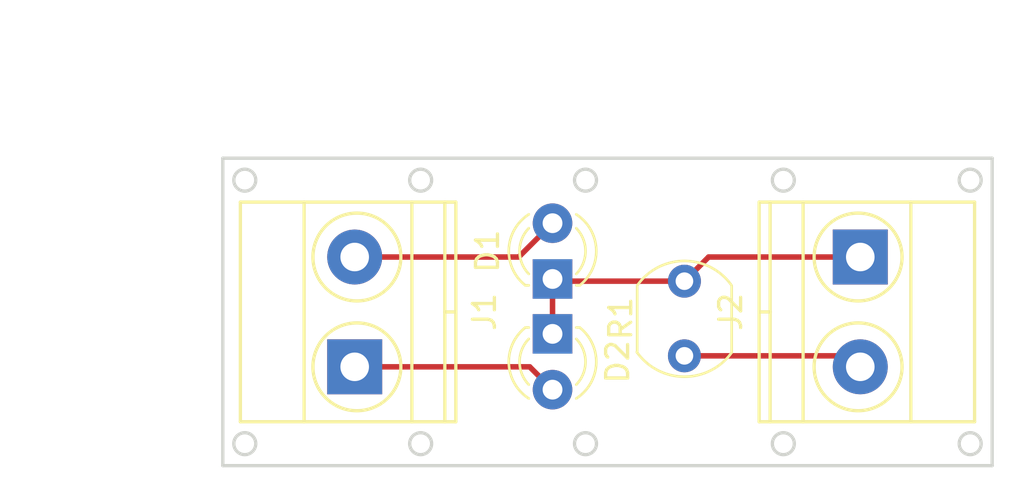
<source format=kicad_pcb>
(kicad_pcb (version 20171130) (host pcbnew "(5.0.2)-1")

  (general
    (thickness 1.6)
    (drawings 16)
    (tracks 11)
    (zones 0)
    (modules 5)
    (nets 5)
  )

  (page A4)
  (layers
    (0 F.Cu signal)
    (31 B.Cu signal)
    (32 B.Adhes user)
    (33 F.Adhes user)
    (34 B.Paste user)
    (35 F.Paste user)
    (36 B.SilkS user)
    (37 F.SilkS user)
    (38 B.Mask user)
    (39 F.Mask user)
    (40 Dwgs.User user)
    (41 Cmts.User user)
    (42 Eco1.User user)
    (43 Eco2.User user)
    (44 Edge.Cuts user)
    (45 Margin user)
    (46 B.CrtYd user)
    (47 F.CrtYd user)
    (48 B.Fab user)
    (49 F.Fab user)
  )

  (setup
    (last_trace_width 0.25)
    (trace_clearance 0.2)
    (zone_clearance 0.508)
    (zone_45_only no)
    (trace_min 0.2)
    (segment_width 0.2)
    (edge_width 0.15)
    (via_size 0.8)
    (via_drill 0.4)
    (via_min_size 0.4)
    (via_min_drill 0.3)
    (uvia_size 0.3)
    (uvia_drill 0.1)
    (uvias_allowed no)
    (uvia_min_size 0.2)
    (uvia_min_drill 0.1)
    (pcb_text_width 0.3)
    (pcb_text_size 1.5 1.5)
    (mod_edge_width 0.15)
    (mod_text_size 1 1)
    (mod_text_width 0.15)
    (pad_size 1.524 1.524)
    (pad_drill 0.762)
    (pad_to_mask_clearance 0.051)
    (solder_mask_min_width 0.25)
    (aux_axis_origin 0 0)
    (visible_elements FFFFFF7F)
    (pcbplotparams
      (layerselection 0x010fc_ffffffff)
      (usegerberextensions false)
      (usegerberattributes false)
      (usegerberadvancedattributes false)
      (creategerberjobfile false)
      (excludeedgelayer true)
      (linewidth 0.100000)
      (plotframeref false)
      (viasonmask false)
      (mode 1)
      (useauxorigin false)
      (hpglpennumber 1)
      (hpglpenspeed 20)
      (hpglpendiameter 15.000000)
      (psnegative false)
      (psa4output false)
      (plotreference true)
      (plotvalue true)
      (plotinvisibletext false)
      (padsonsilk false)
      (subtractmaskfromsilk false)
      (outputformat 1)
      (mirror false)
      (drillshape 0)
      (scaleselection 1)
      (outputdirectory "gerber/"))
  )

  (net 0 "")
  (net 1 "Net-(D1-Pad2)")
  (net 2 GND)
  (net 3 "Net-(D2-Pad2)")
  (net 4 "Net-(J2-Pad2)")

  (net_class Default "Dit is de standaard class."
    (clearance 0.2)
    (trace_width 0.25)
    (via_dia 0.8)
    (via_drill 0.4)
    (uvia_dia 0.3)
    (uvia_drill 0.1)
    (add_net GND)
    (add_net "Net-(D1-Pad2)")
    (add_net "Net-(D2-Pad2)")
    (add_net "Net-(J2-Pad2)")
  )

  (module LEDs:LED_D3.0mm (layer F.Cu) (tedit 587A3A7B) (tstamp 5C49B4F0)
    (at 148.5 75 90)
    (descr "LED, diameter 3.0mm, 2 pins")
    (tags "LED diameter 3.0mm 2 pins")
    (path /5C49AFBF)
    (fp_text reference D1 (at 1.27 -2.96 90) (layer F.SilkS)
      (effects (font (size 1 1) (thickness 0.15)))
    )
    (fp_text value LED (at 1.27 2.96 90) (layer F.Fab)
      (effects (font (size 1 1) (thickness 0.15)))
    )
    (fp_line (start 3.7 -2.25) (end -1.15 -2.25) (layer F.CrtYd) (width 0.05))
    (fp_line (start 3.7 2.25) (end 3.7 -2.25) (layer F.CrtYd) (width 0.05))
    (fp_line (start -1.15 2.25) (end 3.7 2.25) (layer F.CrtYd) (width 0.05))
    (fp_line (start -1.15 -2.25) (end -1.15 2.25) (layer F.CrtYd) (width 0.05))
    (fp_line (start -0.29 1.08) (end -0.29 1.236) (layer F.SilkS) (width 0.12))
    (fp_line (start -0.29 -1.236) (end -0.29 -1.08) (layer F.SilkS) (width 0.12))
    (fp_line (start -0.23 -1.16619) (end -0.23 1.16619) (layer F.Fab) (width 0.1))
    (fp_circle (center 1.27 0) (end 2.77 0) (layer F.Fab) (width 0.1))
    (fp_arc (start 1.27 0) (end 0.229039 1.08) (angle -87.9) (layer F.SilkS) (width 0.12))
    (fp_arc (start 1.27 0) (end 0.229039 -1.08) (angle 87.9) (layer F.SilkS) (width 0.12))
    (fp_arc (start 1.27 0) (end -0.29 1.235516) (angle -108.8) (layer F.SilkS) (width 0.12))
    (fp_arc (start 1.27 0) (end -0.29 -1.235516) (angle 108.8) (layer F.SilkS) (width 0.12))
    (fp_arc (start 1.27 0) (end -0.23 -1.16619) (angle 284.3) (layer F.Fab) (width 0.1))
    (pad 2 thru_hole circle (at 2.54 0 90) (size 1.8 1.8) (drill 0.9) (layers *.Cu *.Mask)
      (net 1 "Net-(D1-Pad2)"))
    (pad 1 thru_hole rect (at 0 0 90) (size 1.8 1.8) (drill 0.9) (layers *.Cu *.Mask)
      (net 2 GND))
    (model ${KISYS3DMOD}/LEDs.3dshapes/LED_D3.0mm.wrl
      (at (xyz 0 0 0))
      (scale (xyz 0.393701 0.393701 0.393701))
      (rotate (xyz 0 0 0))
    )
  )

  (module LEDs:LED_D3.0mm (layer F.Cu) (tedit 587A3A7B) (tstamp 5C49B470)
    (at 148.5 77.5 270)
    (descr "LED, diameter 3.0mm, 2 pins")
    (tags "LED diameter 3.0mm 2 pins")
    (path /5C49B011)
    (fp_text reference D2 (at 1.27 -2.96 270) (layer F.SilkS)
      (effects (font (size 1 1) (thickness 0.15)))
    )
    (fp_text value LED (at 1.27 2.96 270) (layer F.Fab)
      (effects (font (size 1 1) (thickness 0.15)))
    )
    (fp_arc (start 1.27 0) (end -0.23 -1.16619) (angle 284.3) (layer F.Fab) (width 0.1))
    (fp_arc (start 1.27 0) (end -0.29 -1.235516) (angle 108.8) (layer F.SilkS) (width 0.12))
    (fp_arc (start 1.27 0) (end -0.29 1.235516) (angle -108.8) (layer F.SilkS) (width 0.12))
    (fp_arc (start 1.27 0) (end 0.229039 -1.08) (angle 87.9) (layer F.SilkS) (width 0.12))
    (fp_arc (start 1.27 0) (end 0.229039 1.08) (angle -87.9) (layer F.SilkS) (width 0.12))
    (fp_circle (center 1.27 0) (end 2.77 0) (layer F.Fab) (width 0.1))
    (fp_line (start -0.23 -1.16619) (end -0.23 1.16619) (layer F.Fab) (width 0.1))
    (fp_line (start -0.29 -1.236) (end -0.29 -1.08) (layer F.SilkS) (width 0.12))
    (fp_line (start -0.29 1.08) (end -0.29 1.236) (layer F.SilkS) (width 0.12))
    (fp_line (start -1.15 -2.25) (end -1.15 2.25) (layer F.CrtYd) (width 0.05))
    (fp_line (start -1.15 2.25) (end 3.7 2.25) (layer F.CrtYd) (width 0.05))
    (fp_line (start 3.7 2.25) (end 3.7 -2.25) (layer F.CrtYd) (width 0.05))
    (fp_line (start 3.7 -2.25) (end -1.15 -2.25) (layer F.CrtYd) (width 0.05))
    (pad 1 thru_hole rect (at 0 0 270) (size 1.8 1.8) (drill 0.9) (layers *.Cu *.Mask)
      (net 2 GND))
    (pad 2 thru_hole circle (at 2.54 0 270) (size 1.8 1.8) (drill 0.9) (layers *.Cu *.Mask)
      (net 3 "Net-(D2-Pad2)"))
    (model ${KISYS3DMOD}/LEDs.3dshapes/LED_D3.0mm.wrl
      (at (xyz 0 0 0))
      (scale (xyz 0.393701 0.393701 0.393701))
      (rotate (xyz 0 0 0))
    )
  )

  (module TerminalBlocks_Phoenix:TerminalBlock_Phoenix_MKDS1.5-2pol (layer F.Cu) (tedit 59FF0755) (tstamp 5C49B126)
    (at 139.5 79 90)
    (descr "2-way 5mm pitch terminal block, Phoenix MKDS series")
    (path /5C49AE10)
    (fp_text reference J1 (at 2.5 5.9 90) (layer F.SilkS)
      (effects (font (size 1 1) (thickness 0.15)))
    )
    (fp_text value Screw_Terminal_01x02 (at 2.5 -6.6 90) (layer F.Fab)
      (effects (font (size 1 1) (thickness 0.15)))
    )
    (fp_circle (center 0 0.1) (end 2 0.1) (layer F.SilkS) (width 0.15))
    (fp_circle (center 5 0.1) (end 3 0.1) (layer F.SilkS) (width 0.15))
    (fp_line (start -2.5 -5.2) (end -2.5 4.6) (layer F.SilkS) (width 0.15))
    (fp_line (start 7.5 -5.2) (end -2.5 -5.2) (layer F.SilkS) (width 0.15))
    (fp_line (start 7.5 4.6) (end 7.5 -5.2) (layer F.SilkS) (width 0.15))
    (fp_line (start -2.5 4.6) (end 7.5 4.6) (layer F.SilkS) (width 0.15))
    (fp_line (start -2.5 4.1) (end 7.5 4.1) (layer F.SilkS) (width 0.15))
    (fp_line (start -2.5 -2.3) (end 7.5 -2.3) (layer F.SilkS) (width 0.15))
    (fp_line (start -2.5 2.6) (end 7.5 2.6) (layer F.SilkS) (width 0.15))
    (fp_line (start 2.5 4.1) (end 2.5 4.6) (layer F.SilkS) (width 0.15))
    (fp_line (start 7.7 -5.4) (end 7.7 4.8) (layer F.CrtYd) (width 0.05))
    (fp_line (start 7.7 4.8) (end -2.7 4.8) (layer F.CrtYd) (width 0.05))
    (fp_line (start -2.7 4.8) (end -2.7 -5.4) (layer F.CrtYd) (width 0.05))
    (fp_line (start -2.7 -5.4) (end 7.7 -5.4) (layer F.CrtYd) (width 0.05))
    (fp_text user %R (at 2.5 0 90) (layer F.Fab)
      (effects (font (size 1 1) (thickness 0.15)))
    )
    (pad 2 thru_hole circle (at 5 0 90) (size 2.5 2.5) (drill 1.3) (layers *.Cu *.Mask)
      (net 1 "Net-(D1-Pad2)"))
    (pad 1 thru_hole rect (at 0 0 90) (size 2.5 2.5) (drill 1.3) (layers *.Cu *.Mask)
      (net 3 "Net-(D2-Pad2)"))
    (model ${KISYS3DMOD}/TerminalBlock_Phoenix.3dshapes/TerminalBlock_Phoenix_MKDS1.5-2pol.wrl
      (offset (xyz 2.499359962463379 0 0))
      (scale (xyz 1 1 1))
      (rotate (xyz 0 0 0))
    )
  )

  (module TerminalBlocks_Phoenix:TerminalBlock_Phoenix_MKDS1.5-2pol (layer F.Cu) (tedit 59FF0755) (tstamp 5C49B3C8)
    (at 162.5 74 270)
    (descr "2-way 5mm pitch terminal block, Phoenix MKDS series")
    (path /5C49AE7C)
    (fp_text reference J2 (at 2.5 5.9 270) (layer F.SilkS)
      (effects (font (size 1 1) (thickness 0.15)))
    )
    (fp_text value Screw_Terminal_01x02 (at 2.5 -6.6 270) (layer F.Fab)
      (effects (font (size 1 1) (thickness 0.15)))
    )
    (fp_text user %R (at 2.5 0 270) (layer F.Fab)
      (effects (font (size 1 1) (thickness 0.15)))
    )
    (fp_line (start -2.7 -5.4) (end 7.7 -5.4) (layer F.CrtYd) (width 0.05))
    (fp_line (start -2.7 4.8) (end -2.7 -5.4) (layer F.CrtYd) (width 0.05))
    (fp_line (start 7.7 4.8) (end -2.7 4.8) (layer F.CrtYd) (width 0.05))
    (fp_line (start 7.7 -5.4) (end 7.7 4.8) (layer F.CrtYd) (width 0.05))
    (fp_line (start 2.5 4.1) (end 2.5 4.6) (layer F.SilkS) (width 0.15))
    (fp_line (start -2.5 2.6) (end 7.5 2.6) (layer F.SilkS) (width 0.15))
    (fp_line (start -2.5 -2.3) (end 7.5 -2.3) (layer F.SilkS) (width 0.15))
    (fp_line (start -2.5 4.1) (end 7.5 4.1) (layer F.SilkS) (width 0.15))
    (fp_line (start -2.5 4.6) (end 7.5 4.6) (layer F.SilkS) (width 0.15))
    (fp_line (start 7.5 4.6) (end 7.5 -5.2) (layer F.SilkS) (width 0.15))
    (fp_line (start 7.5 -5.2) (end -2.5 -5.2) (layer F.SilkS) (width 0.15))
    (fp_line (start -2.5 -5.2) (end -2.5 4.6) (layer F.SilkS) (width 0.15))
    (fp_circle (center 5 0.1) (end 3 0.1) (layer F.SilkS) (width 0.15))
    (fp_circle (center 0 0.1) (end 2 0.1) (layer F.SilkS) (width 0.15))
    (pad 1 thru_hole rect (at 0 0 270) (size 2.5 2.5) (drill 1.3) (layers *.Cu *.Mask)
      (net 2 GND))
    (pad 2 thru_hole circle (at 5 0 270) (size 2.5 2.5) (drill 1.3) (layers *.Cu *.Mask)
      (net 4 "Net-(J2-Pad2)"))
    (model ${KISYS3DMOD}/TerminalBlock_Phoenix.3dshapes/TerminalBlock_Phoenix_MKDS1.5-2pol.wrl
      (offset (xyz 2.499359962463379 0 0))
      (scale (xyz 1 1 1))
      (rotate (xyz 0 0 0))
    )
  )

  (module Opto-Devices:Resistor_LDR_5.1x4.3_RM3.4 (layer F.Cu) (tedit 588BCF70) (tstamp 5C49B15A)
    (at 154.5 78.5 90)
    (descr "Resistor, LDR 5.1x3.4mm")
    (tags "Resistor LDR5.1x3.4mm")
    (path /5C49B2B8)
    (fp_text reference R1 (at 1.7 -2.9 90) (layer F.SilkS)
      (effects (font (size 1 1) (thickness 0.15)))
    )
    (fp_text value LDR07 (at 1.5 3 90) (layer F.Fab)
      (effects (font (size 1 1) (thickness 0.15)))
    )
    (fp_arc (start 1.7 0) (end 0.2 2.1) (angle 109) (layer F.Fab) (width 0.1))
    (fp_arc (start 1.7 0) (end 3.2 -2.1) (angle 109) (layer F.Fab) (width 0.1))
    (fp_arc (start 1.7 0) (end 3.2 -2.15) (angle 109) (layer F.SilkS) (width 0.12))
    (fp_arc (start 1.7 0) (end 0.15 2.15) (angle 109) (layer F.SilkS) (width 0.12))
    (fp_line (start 4.53 2.35) (end -1.13 2.35) (layer F.CrtYd) (width 0.05))
    (fp_line (start 4.53 2.35) (end 4.53 -2.35) (layer F.CrtYd) (width 0.05))
    (fp_line (start -1.13 -2.35) (end -1.13 2.35) (layer F.CrtYd) (width 0.05))
    (fp_line (start -1.13 -2.35) (end 4.53 -2.35) (layer F.CrtYd) (width 0.05))
    (fp_line (start 0.2 -2.1) (end 3.2 -2.1) (layer F.Fab) (width 0.1))
    (fp_line (start 3.2 2.1) (end 0.2 2.1) (layer F.Fab) (width 0.1))
    (fp_line (start 0.8 1.8) (end 2.6 1.8) (layer F.Fab) (width 0.1))
    (fp_line (start 0.8 1.2) (end 0.8 1.8) (layer F.Fab) (width 0.1))
    (fp_line (start 2.6 1.2) (end 0.8 1.2) (layer F.Fab) (width 0.1))
    (fp_line (start 2.6 0.6) (end 2.6 1.2) (layer F.Fab) (width 0.1))
    (fp_line (start 1 0) (end 1 0.6) (layer F.Fab) (width 0.1))
    (fp_line (start 0.8 -1.2) (end 0.8 -0.6) (layer F.Fab) (width 0.1))
    (fp_line (start 2.6 -1.2) (end 0.8 -1.2) (layer F.Fab) (width 0.1))
    (fp_line (start 2.6 -1.8) (end 2.6 -1.2) (layer F.Fab) (width 0.1))
    (fp_line (start 0.8 -1.8) (end 2.6 -1.8) (layer F.Fab) (width 0.1))
    (fp_line (start 2.6 0.6) (end 1 0.6) (layer F.Fab) (width 0.1))
    (fp_line (start 2.3 -0.6) (end 0.8 -0.6) (layer F.Fab) (width 0.1))
    (fp_line (start 2.3 0) (end 2.3 -0.6) (layer F.Fab) (width 0.1))
    (fp_line (start 1 0) (end 2.3 0) (layer F.Fab) (width 0.1))
    (fp_line (start 0.15 -2.15) (end 3.2 -2.15) (layer F.SilkS) (width 0.12))
    (fp_line (start 0.15 2.15) (end 3.2 2.15) (layer F.SilkS) (width 0.12))
    (pad 2 thru_hole circle (at 3.4 0 90) (size 1.5 1.5) (drill 0.8) (layers *.Cu *.Mask)
      (net 2 GND))
    (pad 1 thru_hole circle (at 0 0 90) (size 1.5 1.5) (drill 0.8) (layers *.Cu *.Mask)
      (net 4 "Net-(J2-Pad2)"))
  )

  (dimension 14 (width 0.3) (layer Dwgs.User)
    (gr_text "14,000 mm" (at 128.9 76.5 270) (layer Dwgs.User)
      (effects (font (size 1.5 1.5) (thickness 0.3)))
    )
    (feature1 (pts (xy 133.5 83.5) (xy 130.413579 83.5)))
    (feature2 (pts (xy 133.5 69.5) (xy 130.413579 69.5)))
    (crossbar (pts (xy 131 69.5) (xy 131 83.5)))
    (arrow1a (pts (xy 131 83.5) (xy 130.413579 82.373496)))
    (arrow1b (pts (xy 131 83.5) (xy 131.586421 82.373496)))
    (arrow2a (pts (xy 131 69.5) (xy 130.413579 70.626504)))
    (arrow2b (pts (xy 131 69.5) (xy 131.586421 70.626504)))
  )
  (dimension 35 (width 0.3) (layer Dwgs.User)
    (gr_text "35,000 mm" (at 151 63.400001) (layer Dwgs.User)
      (effects (font (size 1.5 1.5) (thickness 0.3)))
    )
    (feature1 (pts (xy 133.5 69.5) (xy 133.5 64.91358)))
    (feature2 (pts (xy 168.5 69.5) (xy 168.5 64.91358)))
    (crossbar (pts (xy 168.5 65.500001) (xy 133.5 65.500001)))
    (arrow1a (pts (xy 133.5 65.500001) (xy 134.626504 64.91358)))
    (arrow1b (pts (xy 133.5 65.500001) (xy 134.626504 66.086422)))
    (arrow2a (pts (xy 168.5 65.500001) (xy 167.373496 64.91358)))
    (arrow2b (pts (xy 168.5 65.500001) (xy 167.373496 66.086422)))
  )
  (gr_circle (center 142.5 82.5) (end 142 82.5) (layer Edge.Cuts) (width 0.15))
  (gr_circle (center 142.5 70.5) (end 142.5 70) (layer Edge.Cuts) (width 0.15))
  (gr_circle (center 159 70.5) (end 159.5 70.5) (layer Edge.Cuts) (width 0.15))
  (gr_circle (center 159 82.5) (end 159 83) (layer Edge.Cuts) (width 0.15))
  (gr_circle (center 167.5 70.5) (end 167 70.5) (layer Edge.Cuts) (width 0.15))
  (gr_circle (center 150 70.5) (end 150 70) (layer Edge.Cuts) (width 0.15))
  (gr_circle (center 150 82.5) (end 149.5 82.5) (layer Edge.Cuts) (width 0.15))
  (gr_circle (center 167.5 82.5) (end 167 82.5) (layer Edge.Cuts) (width 0.15))
  (gr_circle (center 134.5 82.5) (end 134 82.5) (layer Edge.Cuts) (width 0.15))
  (gr_circle (center 134.5 70.5) (end 134.5 70) (layer Edge.Cuts) (width 0.15))
  (gr_line (start 168.5 69.5) (end 133.5 69.5) (layer Edge.Cuts) (width 0.15))
  (gr_line (start 168.5 83.5) (end 168.5 69.5) (layer Edge.Cuts) (width 0.15))
  (gr_line (start 133.5 83.5) (end 168.5 83.5) (layer Edge.Cuts) (width 0.15))
  (gr_line (start 133.5 69.5) (end 133.5 83.5) (layer Edge.Cuts) (width 0.15))

  (segment (start 146.96 74) (end 148.5 72.46) (width 0.25) (layer F.Cu) (net 1))
  (segment (start 139.5 74) (end 146.96 74) (width 0.25) (layer F.Cu) (net 1))
  (segment (start 155.6 74) (end 154.5 75.1) (width 0.25) (layer F.Cu) (net 2))
  (segment (start 162.5 74) (end 155.6 74) (width 0.25) (layer F.Cu) (net 2))
  (segment (start 148.6 75.1) (end 148.5 75) (width 0.25) (layer F.Cu) (net 2))
  (segment (start 154.5 75.1) (end 148.6 75.1) (width 0.25) (layer F.Cu) (net 2))
  (segment (start 148.5 75) (end 148.5 77.5) (width 0.25) (layer F.Cu) (net 2))
  (segment (start 147.46 79) (end 148.5 80.04) (width 0.25) (layer F.Cu) (net 3))
  (segment (start 139.5 79) (end 147.46 79) (width 0.25) (layer F.Cu) (net 3))
  (segment (start 162 78.5) (end 162.5 79) (width 0.25) (layer F.Cu) (net 4))
  (segment (start 154.5 78.5) (end 162 78.5) (width 0.25) (layer F.Cu) (net 4))

)

</source>
